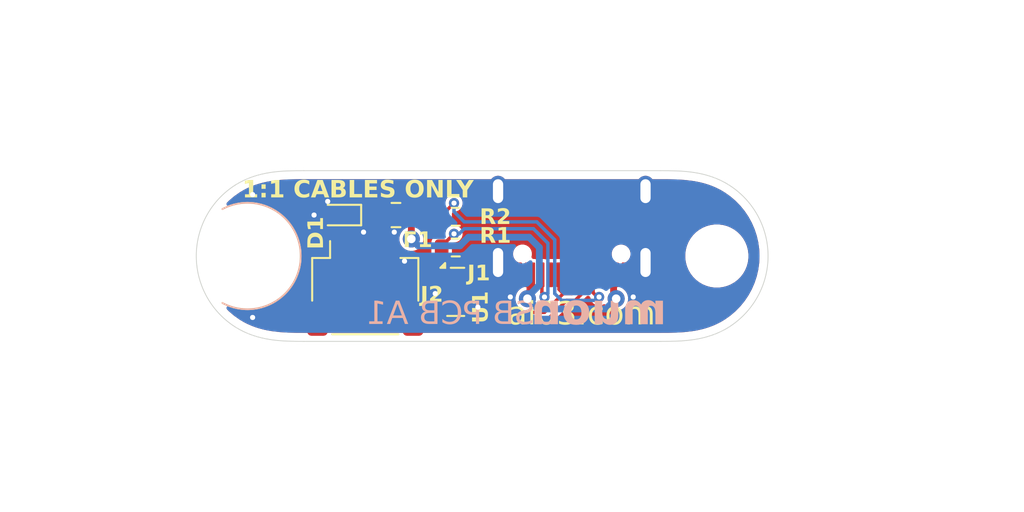
<source format=kicad_pcb>
(kicad_pcb (version 20241229) (generator "pcbnew") (generator_version "9.0")
  (layers (0 "F.Cu" signal) (2 "B.Cu" signal) (13 "F.Paste" user) (15 "B.Paste" user) (5 "F.SilkS" user "F.Silkscreen") (7 "B.SilkS" user "B.Silkscreen") (1 "F.Mask" user) (3 "B.Mask" user) (25 "Edge.Cuts" user))
  (net 0 "")
  (net 1 "+5V")
  (net 2 "GND")
  (net 3 "VBUS")
  (net 4 "Net-(J1-CC2)")
  (net 5 "D-")
  (net 6 "D+")
  (net 7 "Net-(J1-CC1)")
  (footprint "Diode_SMD:D_SOD-523" (layer "F.Cu") (at 59.9 52.6 180)
    (property "Reference" "D1" (at 1.35 -1.05 90) (layer "F.SilkS") (effects (font (size 0.9 0.9) (thickness 0.18) (bold yes))))
    (property "Value" "ESD5Z5V0")
    (fp_line (start 0.7 0.6) (end -1.26 0.6) (stroke (width 0.12)) (layer "F.SilkS"))
    (fp_line (start 0.7 -0.6) (end -1.26 -0.6) (stroke (width 0.12)) (layer "F.SilkS"))
    (fp_line (start -1.26 -0.6) (end -1.26 0.6) (stroke (width 0.12)) (layer "F.SilkS"))
    (pad "1" smd roundrect (at -0.7 0) (size 0.6 0.7) (layers "F.Cu" "F.Mask" "F.Paste") (net 1 "+5V"))
    (pad "2" smd roundrect (at 0.7 0) (size 0.6 0.7) (layers "F.Cu" "F.Mask" "F.Paste") (net 2 "GND"))
  )
  (footprint "Resistor_SMD:R_0603_1608Metric" (layer "F.Cu") (at 66.7 52.7)
    (property "Reference" "R2" (at 1.4 0.05 180) (layer "F.SilkS") (effects (font (size 0.9 0.9) (thickness 0.18) (bold yes)) (justify left)))
    (property "Value" "5.1k")
    (fp_line (start -0.237258 -0.5225) (end 0.237258 -0.5225) (stroke (width 0.12)) (layer "F.SilkS"))
    (fp_line (start -0.237258 0.5225) (end 0.237258 0.5225) (stroke (width 0.12)) (layer "F.SilkS"))
    (pad "1" smd roundrect (at -0.825 0) (size 0.8 0.95) (layers "F.Cu" "F.Mask" "F.Paste") (net 7 "Net-(J1-CC1)"))
    (pad "2" smd roundrect (at 0.825 0) (size 0.8 0.95) (layers "F.Cu" "F.Mask" "F.Paste") (net 2 "GND"))
  )
  (footprint "Resistor_SMD:R_0603_1608Metric" (layer "F.Cu") (at 66.7 54.5)
    (property "Reference" "R1" (at 1.4 -0.65 180) (layer "F.SilkS") (effects (font (size 0.9 0.9) (thickness 0.18) (bold yes)) (justify left)))
    (property "Value" "5.1k")
    (fp_line (start -0.237258 -0.5225) (end 0.237258 -0.5225) (stroke (width 0.12)) (layer "F.SilkS"))
    (fp_line (start -0.237258 0.5225) (end 0.237258 0.5225) (stroke (width 0.12)) (layer "F.SilkS"))
    (pad "1" smd roundrect (at -0.825 0) (size 0.8 0.95) (layers "F.Cu" "F.Mask" "F.Paste") (net 4 "Net-(J1-CC2)"))
    (pad "2" smd roundrect (at 0.825 0) (size 0.8 0.95) (layers "F.Cu" "F.Mask" "F.Paste") (net 2 "GND"))
  )
  (footprint "locallib:MountingHole-M3-Simple" (layer "F.Cu") (at 82 55)
    (property "Reference" "MH1")
    (property "Value" "Pad-M3")
    (pad "" np_thru_hole circle (at 0 0) (size 3.2 3.2) (drill 3.2) (layers "*.Cu" "*.Mask"))
  )
  (footprint "locallib:MountingHole-M3-Simple" (layer "F.Cu") (at 54.5 55)
    (property "Reference" "MH2")
    (property "Value" "Pad-M3")
    (pad "" np_thru_hole circle (at 0 0) (size 3.2 3.2) (drill 3.2) (layers "*.Cu" "*.Mask") (clearance 1.515))
  )
  (footprint "Fuse:Fuse_0805_2012Metric" (layer "F.Cu") (at 63.2 52.6 180)
    (property "Reference" "F1" (at -0.4 -1.5 0) (layer "F.SilkS") (effects (font (size 0.9 0.9) (thickness 0.2) (bold yes)) (justify left)))
    (property "Value" "SMD0805-100-16")
    (fp_line (start -0.258578 0.71) (end 0.258578 0.71) (stroke (width 0.12)) (layer "F.SilkS"))
    (fp_line (start -0.258578 -0.71) (end 0.258578 -0.71) (stroke (width 0.12)) (layer "F.SilkS"))
    (pad "1" smd roundrect (at -0.9375 0 180) (size 0.975 1.4) (layers "F.Cu" "F.Mask" "F.Paste") (net 3 "VBUS"))
    (pad "2" smd roundrect (at 0.9375 0 180) (size 0.975 1.4) (layers "F.Cu" "F.Mask" "F.Paste") (net 1 "+5V"))
  )
  (footprint "Package_SON:USON-10_2.5x1.0mm_P0.5mm" (layer "F.Cu") (at 66.7 57.1)
    (property "Reference" "U1" (at 1.5 0.9 90) (layer "F.SilkS") (effects (font (size 0.9 0.9) (thickness 0.18) (bold yes))))
    (property "Value" "TPD4E05U06DQA")
    (fp_line (start 0.5 -1.41) (end -0.29 -1.41) (stroke (width 0.12)) (layer "F.SilkS"))
    (fp_line (start 0.5 1.41) (end -0.5 1.41) (stroke (width 0.12)) (layer "F.SilkS"))
    (fp_poly (pts (xy -0.62 -1.41) (xy -0.9 -1.41) (xy -0.62 -1.69) (xy -0.62 -1.41)) (stroke (width 0.12)) (fill yes) (layer "F.SilkS"))
    (pad "1" smd roundrect (at -0.385 -1 270) (size 0.3 0.55) (layers "F.Cu" "F.Mask" "F.Paste") (net 6 "D+"))
    (pad "2" smd roundrect (at -0.385 -0.5 270) (size 0.3 0.55) (layers "F.Cu" "F.Mask" "F.Paste") (net 5 "D-"))
    (pad "3" smd roundrect (at -0.385 0 270) (size 0.3 0.55) (layers "F.Cu" "F.Mask" "F.Paste") (net 2 "GND"))
    (pad "4" smd roundrect (at -0.385 0.5 270) (size 0.3 0.55) (layers "F.Cu" "F.Mask" "F.Paste"))
    (pad "5" smd roundrect (at -0.385 1 270) (size 0.3 0.55) (layers "F.Cu" "F.Mask" "F.Paste"))
    (pad "6" smd roundrect (at 0.385 1 270) (size 0.3 0.55) (layers "F.Cu" "F.Mask" "F.Paste"))
    (pad "7" smd roundrect (at 0.385 0.5 270) (size 0.3 0.55) (layers "F.Cu" "F.Mask" "F.Paste"))
    (pad "8" smd roundrect (at 0.385 0 270) (size 0.3 0.55) (layers "F.Cu" "F.Mask" "F.Paste") (net 2 "GND"))
    (pad "9" smd roundrect (at 0.385 -0.5 270) (size 0.3 0.55) (layers "F.Cu" "F.Mask" "F.Paste"))
    (pad "10" smd roundrect (at 0.385 -1 270) (size 0.3 0.55) (layers "F.Cu" "F.Mask" "F.Paste"))
  )
  (footprint "locallib:HRO-TYPE-C-31-M-12-Assembly" (layer "F.Cu") (at 73.5 48.6 180)
    (property "Reference" "J1" (at 5.45 -7.45 180) (layer "F.SilkS") (effects (font (size 0.9 0.9) (thickness 0.18) (bold yes))))
    (property "Value" "HRO_TYPE-C-31-M-12")
    (pad "" np_thru_hole circle (at -2.89 -6.28 180) (size 0.6 0.6) (drill 0.6) (layers "*.Cu" "*.Mask"))
    (pad "" np_thru_hole circle (at 2.89 -6.28 180) (size 0.6 0.6) (drill 0.6) (layers "*.Cu" "*.Mask"))
    (pad "A1" smd roundrect (at -3.225 -7.5 180) (size 0.6 1.45) (layers "F.Cu" "F.Mask" "F.Paste") (roundrect_rratio 0.08333333333) (net 2 "GND"))
    (pad "A4" smd roundrect (at -2.45 -7.5 180) (size 0.6 1.45) (layers "F.Cu" "F.Mask" "F.Paste") (roundrect_rratio 0.08333333333) (net 3 "VBUS"))
    (pad "A5" smd roundrect (at -1.25 -7.5 180) (size 0.3 1.45) (layers "F.Cu" "F.Mask" "F.Paste") (roundrect_rratio 0.1666666667) (net 7 "Net-(J1-CC1)"))
    (pad "A6" smd roundrect (at -0.25 -7.5 180) (size 0.3 1.45) (layers "F.Cu" "F.Mask" "F.Paste") (roundrect_rratio 0.1666666667) (net 6 "D+"))
    (pad "A7" smd roundrect (at 0.25 -7.5 180) (size 0.3 1.45) (layers "F.Cu" "F.Mask" "F.Paste") (roundrect_rratio 0.1666666667) (net 5 "D-"))
    (pad "A8" smd roundrect (at 1.25 -7.5 180) (size 0.3 1.45) (layers "F.Cu" "F.Mask" "F.Paste") (roundrect_rratio 0.1666666667))
    (pad "A9" smd roundrect (at 2.45 -7.5 180) (size 0.6 1.45) (layers "F.Cu" "F.Mask" "F.Paste") (roundrect_rratio 0.08333333333) (net 3 "VBUS"))
    (pad "A12" smd roundrect (at 3.225 -7.5 180) (size 0.6 1.45) (layers "F.Cu" "F.Mask" "F.Paste") (roundrect_rratio 0.08333333333) (net 2 "GND"))
    (pad "B5" smd roundrect (at 1.75 -7.5 180) (size 0.3 1.45) (layers "F.Cu" "F.Mask" "F.Paste") (roundrect_rratio 0.1666666667) (net 4 "Net-(J1-CC2)"))
    (pad "B6" smd roundrect (at 0.75 -7.5 180) (size 0.3 1.45) (layers "F.Cu" "F.Mask" "F.Paste") (roundrect_rratio 0.1666666667) (net 6 "D+"))
    (pad "B7" smd roundrect (at -0.75 -7.5 180) (size 0.3 1.45) (layers "F.Cu" "F.Mask" "F.Paste") (roundrect_rratio 0.1666666667) (net 5 "D-"))
    (pad "B8" smd roundrect (at -1.75 -7.5 180) (size 0.3 1.45) (layers "F.Cu" "F.Mask" "F.Paste") (roundrect_rratio 0.1666666667))
    (pad "S1" thru_hole oval (at -4.32 -6.78 180) (size 1 2.1) (drill oval 0.6 1.7) (layers "*.Cu" "*.Mask") (net 2 "GND"))
    (pad "S1" thru_hole oval (at -4.32 -2.6 180) (size 1 1.8) (drill oval 0.6 1.4) (layers "*.Cu" "*.Mask") (net 2 "GND"))
    (pad "S1" thru_hole oval (at 4.32 -6.78 180) (size 1 2.1) (drill oval 0.6 1.7) (layers "*.Cu" "*.Mask") (net 2 "GND"))
    (pad "S1" thru_hole oval (at 4.32 -2.6 180) (size 1 1.8) (drill oval 0.6 1.4) (layers "*.Cu" "*.Mask") (net 2 "GND"))
  )
  (footprint "Connector_JST:JST_SH_SM04B-SRSS-TB_1x04-1MP_P1.00mm_Horizontal" (layer "F.Cu") (at 61.4 56.9)
    (property "Reference" "J2" (at 3.9 0.4 0) (layer "F.SilkS") (effects (font (size 0.9 0.9) (thickness 0.18) (bold yes))))
    (property "Value" "SM04B-SRSS-TB")
    (fp_line (start -3.11 -1.785) (end -2.06 -1.785) (stroke (width 0.12)) (layer "F.SilkS"))
    (fp_line (start -3.11 0.715) (end -3.11 -1.785) (stroke (width 0.12)) (layer "F.SilkS"))
    (fp_line (start -2.06 -1.785) (end -2.06 -2.775) (stroke (width 0.12)) (layer "F.SilkS"))
    (fp_line (start -1.94 2.685) (end 1.94 2.685) (stroke (width 0.12)) (layer "F.SilkS"))
    (fp_line (start 3.11 -1.785) (end 2.06 -1.785) (stroke (width 0.12)) (layer "F.SilkS"))
    (fp_line (start 3.11 0.715) (end 3.11 -1.785) (stroke (width 0.12)) (layer "F.SilkS"))
    (pad "1" smd roundrect (at -1.5 -2) (size 0.6 1.55) (layers "F.Cu" "F.Mask" "F.Paste") (net 1 "+5V"))
    (pad "2" smd roundrect (at -0.5 -2) (size 0.6 1.55) (layers "F.Cu" "F.Mask" "F.Paste") (net 5 "D-"))
    (pad "3" smd roundrect (at 0.5 -2) (size 0.6 1.55) (layers "F.Cu" "F.Mask" "F.Paste") (net 6 "D+"))
    (pad "4" smd roundrect (at 1.5 -2) (size 0.6 1.55) (layers "F.Cu" "F.Mask" "F.Paste") (net 2 "GND"))
    (pad "MP" smd roundrect (at -2.8 1.875) (size 1.2 1.8) (layers "F.Cu" "F.Mask" "F.Paste") (roundrect_rratio 0.208333) (net 2 "GND"))
    (pad "MP" smd roundrect (at 2.8 1.875) (size 1.2 1.8) (layers "F.Cu" "F.Mask" "F.Paste") (roundrect_rratio 0.208333) (net 2 "GND"))
  )
  (gr_arc (start 53.03 52.25) (mid 57.618237 54.999998) (end 53.030003 57.750002) (stroke (width 0.1)) (layer "F.SilkS"))
  (gr_arc (start 53.030003 52.249998) (mid 57.618237 55.000002) (end 53.03 57.75) (stroke (width 0.1)) (layer "B.SilkS"))
  (gr_curve (pts (xy 78.698951 60) (xy 79.905209 60) (xy 81.392774 60) (xy 82.721204 59.153697)) (stroke (width 0.05)) (layer "Edge.Cuts"))
  (gr_curve (pts (xy 78.698951 50) (xy 79.905209 50) (xy 81.392774 50) (xy 82.721204 50.846303)) (stroke (width 0.05)) (layer "Edge.Cuts"))
  (gr_arc (start 53.778796 59.153697) (mid 51.5 55) (end 53.778796 50.846303) (stroke (width 0.05)) (layer "Edge.Cuts"))
  (gr_line (start 57.801049 60) (end 78.698951 60) (stroke (width 0.05)) (layer "Edge.Cuts"))
  (gr_arc (start 82.721204 50.846303) (mid 85 55) (end 82.721204 59.153697) (stroke (width 0.05)) (layer "Edge.Cuts"))
  (gr_curve (pts (xy 57.801049 60) (xy 56.594791 60) (xy 55.107226 60) (xy 53.778796 59.153697)) (stroke (width 0.05)) (layer "Edge.Cuts"))
  (gr_line (start 78.698951 50) (end 57.801049 50) (stroke (width 0.05)) (layer "Edge.Cuts"))
  (gr_curve (pts (xy 57.801049 50) (xy 56.594791 50) (xy 55.107226 50) (xy 53.778796 50.846303)) (stroke (width 0.05)) (layer "Edge.Cuts"))
  (gr_text "ai03.com" (at 78.4 58.45 0) (layer "F.SilkS") (effects (font (size 1.34 1.34) (thickness 0.1675) (italic yes)) (justify right)))
  (gr_text "1:1 CABLES ONLY" (at 67.75 51.15 0) (layer "F.SilkS") (effects (font (size 1 1) (thickness 0.25) (bold yes) (italic yes)) (justify right)))
  (gr_text "USB PCB A1" (at 72.7 58.425 0) (layer "B.SilkS") (effects (font (size 1.34 1.34) (thickness 0.16875) (italic yes)) (justify left mirror)))
  (gr_text "muon" (at 79.05 58.25 0) (layer "B.SilkS") (effects (font (size 1.8 1.8) (thickness 0.35) (bold yes) (italic yes)) (justify left mirror)))
  (segment (start 59.9 53.9) (end 60.6 53.2) (width 0.4) (layer "F.Cu") (net 1))
  (segment (start 59.9 54.9) (end 59.9 53.9) (width 0.4) (layer "F.Cu") (net 1))
  (segment (start 60.6 53.2) (end 60.6 52.6) (width 0.4) (layer "F.Cu") (net 1))
  (segment (start 60.6 52.6) (end 62.2625 52.6) (width 0.4) (layer "F.Cu") (net 1))
  (via (at 63.7 55.3) (size 0.6) (drill 0.3) (layers "F.Cu" "B.Cu") (net 2))
  (via (at 68 58) (size 0.6) (drill 0.3) (layers "F.Cu" "B.Cu") (net 2))
  (via (at 69.9 57.4) (size 0.6) (drill 0.3) (layers "F.Cu" "B.Cu") (net 2))
  (via (at 65.5 57.2) (size 0.6) (drill 0.3) (layers "F.Cu" "B.Cu") (net 2))
  (via (at 63.1 53.6) (size 0.6) (drill 0.3) (layers "F.Cu" "B.Cu") (net 2))
  (via (at 77.1 57.4) (size 0.6) (drill 0.3) (layers "F.Cu" "B.Cu") (net 2))
  (via (at 61.3 53.6) (size 0.6) (drill 0.3) (layers "F.Cu" "B.Cu") (net 2))
  (via (at 58.4 52.6) (size 0.6) (drill 0.3) (layers "F.Cu" "B.Cu") (net 2))
  (via (at 59.2 51.8) (size 0.6) (drill 0.3) (layers "F.Cu" "B.Cu") (net 2))
  (via (at 54.8 51.4) (size 0.6) (drill 0.3) (layers "F.Cu" "B.Cu") (net 2))
  (via (at 54.8 58.6) (size 0.6) (drill 0.3) (layers "F.Cu" "B.Cu") (net 2))
  (segment (start 71.05 57.35) (end 70.9 57.5) (width 0.4) (layer "F.Cu") (net 3))
  (segment (start 64.1 52.5375) (end 64.1375 52.5) (width 0.4) (layer "F.Cu") (net 3))
  (segment (start 71.05 56.1) (end 71.05 57.35) (width 0.4) (layer "F.Cu") (net 3))
  (segment (start 64.1 54) (end 64.1 52.5375) (width 0.4) (layer "F.Cu") (net 3))
  (segment (start 75.95 57.35) (end 76.1 57.5) (width 0.4) (layer "F.Cu") (net 3))
  (segment (start 75.95 56.1) (end 75.95 57.35) (width 0.4) (layer "F.Cu") (net 3))
  (via (at 76.1 57.5) (size 1) (drill 0.5) (layers "F.Cu" "B.Cu") (net 3))
  (via (at 64.1 54) (size 1) (drill 0.5) (layers "F.Cu" "B.Cu") (net 3))
  (via (at 70.9 57.5) (size 1) (drill 0.5) (layers "F.Cu" "B.Cu") (net 3))
  (segment (start 70.9 57.5) (end 70.9 57.4) (width 0.4) (layer "B.Cu") (net 3))
  (segment (start 66.95 54.4) (end 64.5 54.4) (width 0.4) (layer "B.Cu") (net 3))
  (segment (start 71.6 54.5) (end 71 53.9) (width 0.4) (layer "B.Cu") (net 3))
  (segment (start 75.5 58.1) (end 71.5 58.1) (width 0.4) (layer "B.Cu") (net 3))
  (segment (start 71.6 56.7) (end 71.6 54.5) (width 0.4) (layer "B.Cu") (net 3))
  (segment (start 71.5 58.1) (end 70.9 57.5) (width 0.4) (layer "B.Cu") (net 3))
  (segment (start 67.45 53.9) (end 66.95 54.4) (width 0.4) (layer "B.Cu") (net 3))
  (segment (start 64.5 54.4) (end 64.1 54) (width 0.4) (layer "B.Cu") (net 3))
  (segment (start 71 53.9) (end 67.45 53.9) (width 0.4) (layer "B.Cu") (net 3))
  (segment (start 70.9 57.4) (end 71.6 56.7) (width 0.4) (layer "B.Cu") (net 3))
  (segment (start 76.1 57.5) (end 75.5 58.1) (width 0.4) (layer "B.Cu") (net 3))
  (segment (start 71.75 57.15) (end 71.75 56.1) (width 0.2) (layer "F.Cu") (net 4))
  (segment (start 65.875 54.5) (end 65.875 54.425) (width 0.2) (layer "F.Cu") (net 4))
  (segment (start 71.9 57.3) (end 71.75 57.15) (width 0.2) (layer "F.Cu") (net 4))
  (segment (start 65.875 54.425) (end 66.6 53.7) (width 0.2) (layer "F.Cu") (net 4))
  (segment (start 71.9 57.4) (end 71.9 57.3) (width 0.2) (layer "F.Cu") (net 4))
  (via (at 71.9 57.4) (size 0.6) (drill 0.3) (layers "F.Cu" "B.Cu") (net 4))
  (via (at 66.6 53.7) (size 0.6) (drill 0.3) (layers "F.Cu" "B.Cu") (net 4))
  (segment (start 66.6 53.7) (end 66.9 53.7) (width 0.2) (layer "B.Cu") (net 4))
  (segment (start 66.9 53.7) (end 67.2 53.4) (width 0.2) (layer "B.Cu") (net 4))
  (segment (start 67.2 53.4) (end 71.25 53.4) (width 0.2) (layer "B.Cu") (net 4))
  (segment (start 72.1 57.2) (end 71.9 57.4) (width 0.2) (layer "B.Cu") (net 4))
  (segment (start 72.1 54.25) (end 72.1 57.2) (width 0.2) (layer "B.Cu") (net 4))
  (segment (start 71.25 53.4) (end 72.1 54.25) (width 0.2) (layer "B.Cu") (net 4))
  (segment (start 73.5 55) (end 74 55) (width 0.2) (layer "F.Cu") (net 5))
  (segment (start 69.7 58.7) (end 72.1 58.7) (width 0.2) (layer "F.Cu") (net 5))
  (segment (start 60.9 55) (end 60.9 55.4) (width 0.2) (layer "F.Cu") (net 5))
  (segment (start 72.1 58.7) (end 73.2 57.6) (width 0.2) (layer "F.Cu") (net 5))
  (segment (start 73.25 55.25) (end 73.5 55) (width 0.2) (layer "F.Cu") (net 5))
  (segment (start 66.315 56.6) (end 67.6 56.6) (width 0.2) (layer "F.Cu") (net 5))
  (segment (start 73.2 57.6) (end 73.7 57.6) (width 0.2) (layer "F.Cu") (net 5))
  (segment (start 74.25 57.05) (end 74.25 56.1) (width 0.2) (layer "F.Cu") (net 5))
  (segment (start 65.8 56.5) (end 65.9 56.6) (width 0.2) (layer "F.Cu") (net 5))
  (segment (start 74 55) (end 74.25 55.25) (width 0.2) (layer "F.Cu") (net 5))
  (segment (start 67.6 56.6) (end 69.7 58.7) (width 0.2) (layer "F.Cu") (net 5))
  (segment (start 73.25 56.1) (end 73.25 55.25) (width 0.2) (layer "F.Cu") (net 5))
  (segment (start 62 56.5) (end 65.8 56.5) (width 0.2) (layer "F.Cu") (net 5))
  (segment (start 73.7 57.6) (end 74.25 57.05) (width 0.2) (layer "F.Cu") (net 5))
  (segment (start 74.25 55.25) (end 74.25 56.1) (width 0.2) (layer "F.Cu") (net 5))
  (segment (start 65.9 56.6) (end 66.315 56.6) (width 0.2) (layer "F.Cu") (net 5))
  (segment (start 60.9 55.4) (end 62 56.5) (width 0.2) (layer "F.Cu") (net 5))
  (segment (start 60.8 54.9) (end 60.9 55) (width 0.2) (layer "F.Cu") (net 5))
  (segment (start 73.75 56.95) (end 73.5 57.2) (width 0.2) (layer "F.Cu") (net 6))
  (segment (start 72.75 56.95) (end 73 57.2) (width 0.2) (layer "F.Cu") (net 6))
  (segment (start 71.9 58.3) (end 73 57.2) (width 0.2) (layer "F.Cu") (net 6))
  (segment (start 62.5 56.1) (end 66.315 56.1) (width 0.2) (layer "F.Cu") (net 6))
  (segment (start 72.75 56.1) (end 72.75 56.95) (width 0.2) (layer "F.Cu") (net 6))
  (segment (start 69.9 58.3) (end 71.9 58.3) (width 0.2) (layer "F.Cu") (net 6))
  (segment (start 73.5 57.2) (end 73 57.2) (width 0.2) (layer "F.Cu") (net 6))
  (segment (start 61.9 55.5) (end 62.5 56.1) (width 0.2) (layer "F.Cu") (net 6))
  (segment (start 73.75 56.1) (end 73.75 56.95) (width 0.2) (layer "F.Cu") (net 6))
  (segment (start 61.9 54.9) (end 61.9 55.5) (width 0.2) (layer "F.Cu") (net 6))
  (segment (start 66.315 56.1) (end 67.7 56.1) (width 0.2) (layer "F.Cu") (net 6))
  (segment (start 67.7 56.1) (end 69.9 58.3) (width 0.2) (layer "F.Cu") (net 6))
  (segment (start 65.875 52.7) (end 65.875 52.625) (width 0.2) (layer "F.Cu") (net 7))
  (segment (start 65.875 52.625) (end 66.6 51.9) (width 0.2) (layer "F.Cu") (net 7))
  (segment (start 75 57.4) (end 74.75 57.15) (width 0.2) (layer "F.Cu") (net 7))
  (segment (start 74.75 57.15) (end 74.75 56.1) (width 0.2) (layer "F.Cu") (net 7))
  (segment (start 75.1 57.4) (end 75 57.4) (width 0.2) (layer "F.Cu") (net 7))
  (via (at 75.1 57.4) (size 0.6) (drill 0.3) (layers "F.Cu" "B.Cu") (net 7))
  (via (at 66.6 51.9) (size 0.6) (drill 0.3) (layers "F.Cu" "B.Cu") (net 7))
  (segment (start 72.5 54.05) (end 71.45 53) (width 0.2) (layer "B.Cu") (net 7))
  (segment (start 67.2 53) (end 66.6 52.4) (width 0.2) (layer "B.Cu") (net 7))
  (segment (start 72.9 57.6) (end 72.5 57.2) (width 0.2) (layer "B.Cu") (net 7))
  (segment (start 75.1 57.4) (end 74.9 57.6) (width 0.2) (layer "B.Cu") (net 7))
  (segment (start 72.5 57.2) (end 72.5 54.05) (width 0.2) (layer "B.Cu") (net 7))
  (segment (start 66.6 52.4) (end 66.6 51.9) (width 0.2) (layer "B.Cu") (net 7))
  (segment (start 74.9 57.6) (end 72.9 57.6) (width 0.2) (layer "B.Cu") (net 7))
  (segment (start 71.45 53) (end 67.2 53) (width 0.2) (layer "B.Cu") (net 7))
  (zone (net 2) (net_name "GND") (layers "F.Cu" "B.Cu") (connect_pads yes (clearance 0.2)) (min_thickness 0.25) (fill yes (thermal_gap 0.5) (thermal_bridge_width 0.5))
    (polygon (pts (xy 40 40) (xy 100 40) (xy 100 70) (xy 40 70)))
  )
)
</source>
